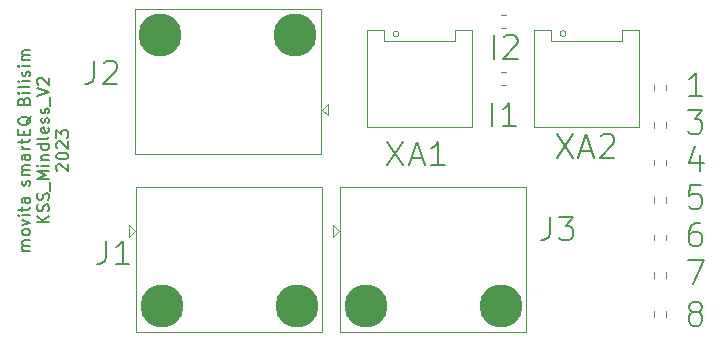
<source format=gbr>
%TF.GenerationSoftware,KiCad,Pcbnew,(7.0.0-0)*%
%TF.CreationDate,2023-02-23T13:52:58+03:00*%
%TF.ProjectId,KSS,4b53532e-6b69-4636-9164-5f7063625858,rev?*%
%TF.SameCoordinates,Original*%
%TF.FileFunction,Legend,Top*%
%TF.FilePolarity,Positive*%
%FSLAX46Y46*%
G04 Gerber Fmt 4.6, Leading zero omitted, Abs format (unit mm)*
G04 Created by KiCad (PCBNEW (7.0.0-0)) date 2023-02-23 13:52:58*
%MOMM*%
%LPD*%
G01*
G04 APERTURE LIST*
%ADD10C,0.150000*%
%ADD11C,0.120000*%
%ADD12C,3.650000*%
G04 APERTURE END LIST*
D10*
X98823380Y-97380951D02*
X98156714Y-97380951D01*
X98251952Y-97380951D02*
X98204333Y-97333332D01*
X98204333Y-97333332D02*
X98156714Y-97238094D01*
X98156714Y-97238094D02*
X98156714Y-97095237D01*
X98156714Y-97095237D02*
X98204333Y-96999999D01*
X98204333Y-96999999D02*
X98299571Y-96952380D01*
X98299571Y-96952380D02*
X98823380Y-96952380D01*
X98299571Y-96952380D02*
X98204333Y-96904761D01*
X98204333Y-96904761D02*
X98156714Y-96809523D01*
X98156714Y-96809523D02*
X98156714Y-96666666D01*
X98156714Y-96666666D02*
X98204333Y-96571427D01*
X98204333Y-96571427D02*
X98299571Y-96523808D01*
X98299571Y-96523808D02*
X98823380Y-96523808D01*
X98823380Y-95904761D02*
X98775761Y-95999999D01*
X98775761Y-95999999D02*
X98728142Y-96047618D01*
X98728142Y-96047618D02*
X98632904Y-96095237D01*
X98632904Y-96095237D02*
X98347190Y-96095237D01*
X98347190Y-96095237D02*
X98251952Y-96047618D01*
X98251952Y-96047618D02*
X98204333Y-95999999D01*
X98204333Y-95999999D02*
X98156714Y-95904761D01*
X98156714Y-95904761D02*
X98156714Y-95761904D01*
X98156714Y-95761904D02*
X98204333Y-95666666D01*
X98204333Y-95666666D02*
X98251952Y-95619047D01*
X98251952Y-95619047D02*
X98347190Y-95571428D01*
X98347190Y-95571428D02*
X98632904Y-95571428D01*
X98632904Y-95571428D02*
X98728142Y-95619047D01*
X98728142Y-95619047D02*
X98775761Y-95666666D01*
X98775761Y-95666666D02*
X98823380Y-95761904D01*
X98823380Y-95761904D02*
X98823380Y-95904761D01*
X98156714Y-95238094D02*
X98823380Y-94999999D01*
X98823380Y-94999999D02*
X98156714Y-94761904D01*
X98823380Y-94380951D02*
X98156714Y-94380951D01*
X97823380Y-94380951D02*
X97871000Y-94428570D01*
X97871000Y-94428570D02*
X97918619Y-94380951D01*
X97918619Y-94380951D02*
X97871000Y-94333332D01*
X97871000Y-94333332D02*
X97823380Y-94380951D01*
X97823380Y-94380951D02*
X97918619Y-94380951D01*
X98156714Y-94047618D02*
X98156714Y-93666666D01*
X97823380Y-93904761D02*
X98680523Y-93904761D01*
X98680523Y-93904761D02*
X98775761Y-93857142D01*
X98775761Y-93857142D02*
X98823380Y-93761904D01*
X98823380Y-93761904D02*
X98823380Y-93666666D01*
X98823380Y-92904761D02*
X98299571Y-92904761D01*
X98299571Y-92904761D02*
X98204333Y-92952380D01*
X98204333Y-92952380D02*
X98156714Y-93047618D01*
X98156714Y-93047618D02*
X98156714Y-93238094D01*
X98156714Y-93238094D02*
X98204333Y-93333332D01*
X98775761Y-92904761D02*
X98823380Y-92999999D01*
X98823380Y-92999999D02*
X98823380Y-93238094D01*
X98823380Y-93238094D02*
X98775761Y-93333332D01*
X98775761Y-93333332D02*
X98680523Y-93380951D01*
X98680523Y-93380951D02*
X98585285Y-93380951D01*
X98585285Y-93380951D02*
X98490047Y-93333332D01*
X98490047Y-93333332D02*
X98442428Y-93238094D01*
X98442428Y-93238094D02*
X98442428Y-92999999D01*
X98442428Y-92999999D02*
X98394809Y-92904761D01*
X98775761Y-91876189D02*
X98823380Y-91780951D01*
X98823380Y-91780951D02*
X98823380Y-91590475D01*
X98823380Y-91590475D02*
X98775761Y-91495237D01*
X98775761Y-91495237D02*
X98680523Y-91447618D01*
X98680523Y-91447618D02*
X98632904Y-91447618D01*
X98632904Y-91447618D02*
X98537666Y-91495237D01*
X98537666Y-91495237D02*
X98490047Y-91590475D01*
X98490047Y-91590475D02*
X98490047Y-91733332D01*
X98490047Y-91733332D02*
X98442428Y-91828570D01*
X98442428Y-91828570D02*
X98347190Y-91876189D01*
X98347190Y-91876189D02*
X98299571Y-91876189D01*
X98299571Y-91876189D02*
X98204333Y-91828570D01*
X98204333Y-91828570D02*
X98156714Y-91733332D01*
X98156714Y-91733332D02*
X98156714Y-91590475D01*
X98156714Y-91590475D02*
X98204333Y-91495237D01*
X98823380Y-91019046D02*
X98156714Y-91019046D01*
X98251952Y-91019046D02*
X98204333Y-90971427D01*
X98204333Y-90971427D02*
X98156714Y-90876189D01*
X98156714Y-90876189D02*
X98156714Y-90733332D01*
X98156714Y-90733332D02*
X98204333Y-90638094D01*
X98204333Y-90638094D02*
X98299571Y-90590475D01*
X98299571Y-90590475D02*
X98823380Y-90590475D01*
X98299571Y-90590475D02*
X98204333Y-90542856D01*
X98204333Y-90542856D02*
X98156714Y-90447618D01*
X98156714Y-90447618D02*
X98156714Y-90304761D01*
X98156714Y-90304761D02*
X98204333Y-90209522D01*
X98204333Y-90209522D02*
X98299571Y-90161903D01*
X98299571Y-90161903D02*
X98823380Y-90161903D01*
X98823380Y-89257142D02*
X98299571Y-89257142D01*
X98299571Y-89257142D02*
X98204333Y-89304761D01*
X98204333Y-89304761D02*
X98156714Y-89399999D01*
X98156714Y-89399999D02*
X98156714Y-89590475D01*
X98156714Y-89590475D02*
X98204333Y-89685713D01*
X98775761Y-89257142D02*
X98823380Y-89352380D01*
X98823380Y-89352380D02*
X98823380Y-89590475D01*
X98823380Y-89590475D02*
X98775761Y-89685713D01*
X98775761Y-89685713D02*
X98680523Y-89733332D01*
X98680523Y-89733332D02*
X98585285Y-89733332D01*
X98585285Y-89733332D02*
X98490047Y-89685713D01*
X98490047Y-89685713D02*
X98442428Y-89590475D01*
X98442428Y-89590475D02*
X98442428Y-89352380D01*
X98442428Y-89352380D02*
X98394809Y-89257142D01*
X98823380Y-88780951D02*
X98156714Y-88780951D01*
X98347190Y-88780951D02*
X98251952Y-88733332D01*
X98251952Y-88733332D02*
X98204333Y-88685713D01*
X98204333Y-88685713D02*
X98156714Y-88590475D01*
X98156714Y-88590475D02*
X98156714Y-88495237D01*
X98156714Y-88304760D02*
X98156714Y-87923808D01*
X97823380Y-88161903D02*
X98680523Y-88161903D01*
X98680523Y-88161903D02*
X98775761Y-88114284D01*
X98775761Y-88114284D02*
X98823380Y-88019046D01*
X98823380Y-88019046D02*
X98823380Y-87923808D01*
X98299571Y-87590474D02*
X98299571Y-87257141D01*
X98823380Y-87114284D02*
X98823380Y-87590474D01*
X98823380Y-87590474D02*
X97823380Y-87590474D01*
X97823380Y-87590474D02*
X97823380Y-87114284D01*
X98918619Y-86019046D02*
X98871000Y-86114284D01*
X98871000Y-86114284D02*
X98775761Y-86209522D01*
X98775761Y-86209522D02*
X98632904Y-86352379D01*
X98632904Y-86352379D02*
X98585285Y-86447617D01*
X98585285Y-86447617D02*
X98585285Y-86542855D01*
X98823380Y-86495236D02*
X98775761Y-86590474D01*
X98775761Y-86590474D02*
X98680523Y-86685712D01*
X98680523Y-86685712D02*
X98490047Y-86733331D01*
X98490047Y-86733331D02*
X98156714Y-86733331D01*
X98156714Y-86733331D02*
X97966238Y-86685712D01*
X97966238Y-86685712D02*
X97871000Y-86590474D01*
X97871000Y-86590474D02*
X97823380Y-86495236D01*
X97823380Y-86495236D02*
X97823380Y-86304760D01*
X97823380Y-86304760D02*
X97871000Y-86209522D01*
X97871000Y-86209522D02*
X97966238Y-86114284D01*
X97966238Y-86114284D02*
X98156714Y-86066665D01*
X98156714Y-86066665D02*
X98490047Y-86066665D01*
X98490047Y-86066665D02*
X98680523Y-86114284D01*
X98680523Y-86114284D02*
X98775761Y-86209522D01*
X98775761Y-86209522D02*
X98823380Y-86304760D01*
X98823380Y-86304760D02*
X98823380Y-86495236D01*
X98299571Y-84704760D02*
X98347190Y-84561903D01*
X98347190Y-84561903D02*
X98394809Y-84514284D01*
X98394809Y-84514284D02*
X98490047Y-84466665D01*
X98490047Y-84466665D02*
X98632904Y-84466665D01*
X98632904Y-84466665D02*
X98728142Y-84514284D01*
X98728142Y-84514284D02*
X98775761Y-84561903D01*
X98775761Y-84561903D02*
X98823380Y-84657141D01*
X98823380Y-84657141D02*
X98823380Y-85038093D01*
X98823380Y-85038093D02*
X97823380Y-85038093D01*
X97823380Y-85038093D02*
X97823380Y-84704760D01*
X97823380Y-84704760D02*
X97871000Y-84609522D01*
X97871000Y-84609522D02*
X97918619Y-84561903D01*
X97918619Y-84561903D02*
X98013857Y-84514284D01*
X98013857Y-84514284D02*
X98109095Y-84514284D01*
X98109095Y-84514284D02*
X98204333Y-84561903D01*
X98204333Y-84561903D02*
X98251952Y-84609522D01*
X98251952Y-84609522D02*
X98299571Y-84704760D01*
X98299571Y-84704760D02*
X98299571Y-85038093D01*
X98823380Y-84038093D02*
X98156714Y-84038093D01*
X97823380Y-84038093D02*
X97871000Y-84085712D01*
X97871000Y-84085712D02*
X97918619Y-84038093D01*
X97918619Y-84038093D02*
X97871000Y-83990474D01*
X97871000Y-83990474D02*
X97823380Y-84038093D01*
X97823380Y-84038093D02*
X97918619Y-84038093D01*
X98823380Y-83419046D02*
X98775761Y-83514284D01*
X98775761Y-83514284D02*
X98680523Y-83561903D01*
X98680523Y-83561903D02*
X97823380Y-83561903D01*
X98823380Y-83038093D02*
X98156714Y-83038093D01*
X97823380Y-83038093D02*
X97871000Y-83085712D01*
X97871000Y-83085712D02*
X97918619Y-83038093D01*
X97918619Y-83038093D02*
X97871000Y-82990474D01*
X97871000Y-82990474D02*
X97823380Y-83038093D01*
X97823380Y-83038093D02*
X97918619Y-83038093D01*
X98775761Y-82609522D02*
X98823380Y-82514284D01*
X98823380Y-82514284D02*
X98823380Y-82323808D01*
X98823380Y-82323808D02*
X98775761Y-82228570D01*
X98775761Y-82228570D02*
X98680523Y-82180951D01*
X98680523Y-82180951D02*
X98632904Y-82180951D01*
X98632904Y-82180951D02*
X98537666Y-82228570D01*
X98537666Y-82228570D02*
X98490047Y-82323808D01*
X98490047Y-82323808D02*
X98490047Y-82466665D01*
X98490047Y-82466665D02*
X98442428Y-82561903D01*
X98442428Y-82561903D02*
X98347190Y-82609522D01*
X98347190Y-82609522D02*
X98299571Y-82609522D01*
X98299571Y-82609522D02*
X98204333Y-82561903D01*
X98204333Y-82561903D02*
X98156714Y-82466665D01*
X98156714Y-82466665D02*
X98156714Y-82323808D01*
X98156714Y-82323808D02*
X98204333Y-82228570D01*
X98823380Y-81752379D02*
X98156714Y-81752379D01*
X97823380Y-81752379D02*
X97871000Y-81799998D01*
X97871000Y-81799998D02*
X97918619Y-81752379D01*
X97918619Y-81752379D02*
X97871000Y-81704760D01*
X97871000Y-81704760D02*
X97823380Y-81752379D01*
X97823380Y-81752379D02*
X97918619Y-81752379D01*
X98823380Y-81276189D02*
X98156714Y-81276189D01*
X98251952Y-81276189D02*
X98204333Y-81228570D01*
X98204333Y-81228570D02*
X98156714Y-81133332D01*
X98156714Y-81133332D02*
X98156714Y-80990475D01*
X98156714Y-80990475D02*
X98204333Y-80895237D01*
X98204333Y-80895237D02*
X98299571Y-80847618D01*
X98299571Y-80847618D02*
X98823380Y-80847618D01*
X98299571Y-80847618D02*
X98204333Y-80799999D01*
X98204333Y-80799999D02*
X98156714Y-80704761D01*
X98156714Y-80704761D02*
X98156714Y-80561904D01*
X98156714Y-80561904D02*
X98204333Y-80466665D01*
X98204333Y-80466665D02*
X98299571Y-80419046D01*
X98299571Y-80419046D02*
X98823380Y-80419046D01*
X100443380Y-94995238D02*
X99443380Y-94995238D01*
X100443380Y-94423810D02*
X99871952Y-94852381D01*
X99443380Y-94423810D02*
X100014809Y-94995238D01*
X100395761Y-94042857D02*
X100443380Y-93900000D01*
X100443380Y-93900000D02*
X100443380Y-93661905D01*
X100443380Y-93661905D02*
X100395761Y-93566667D01*
X100395761Y-93566667D02*
X100348142Y-93519048D01*
X100348142Y-93519048D02*
X100252904Y-93471429D01*
X100252904Y-93471429D02*
X100157666Y-93471429D01*
X100157666Y-93471429D02*
X100062428Y-93519048D01*
X100062428Y-93519048D02*
X100014809Y-93566667D01*
X100014809Y-93566667D02*
X99967190Y-93661905D01*
X99967190Y-93661905D02*
X99919571Y-93852381D01*
X99919571Y-93852381D02*
X99871952Y-93947619D01*
X99871952Y-93947619D02*
X99824333Y-93995238D01*
X99824333Y-93995238D02*
X99729095Y-94042857D01*
X99729095Y-94042857D02*
X99633857Y-94042857D01*
X99633857Y-94042857D02*
X99538619Y-93995238D01*
X99538619Y-93995238D02*
X99491000Y-93947619D01*
X99491000Y-93947619D02*
X99443380Y-93852381D01*
X99443380Y-93852381D02*
X99443380Y-93614286D01*
X99443380Y-93614286D02*
X99491000Y-93471429D01*
X100395761Y-93090476D02*
X100443380Y-92947619D01*
X100443380Y-92947619D02*
X100443380Y-92709524D01*
X100443380Y-92709524D02*
X100395761Y-92614286D01*
X100395761Y-92614286D02*
X100348142Y-92566667D01*
X100348142Y-92566667D02*
X100252904Y-92519048D01*
X100252904Y-92519048D02*
X100157666Y-92519048D01*
X100157666Y-92519048D02*
X100062428Y-92566667D01*
X100062428Y-92566667D02*
X100014809Y-92614286D01*
X100014809Y-92614286D02*
X99967190Y-92709524D01*
X99967190Y-92709524D02*
X99919571Y-92900000D01*
X99919571Y-92900000D02*
X99871952Y-92995238D01*
X99871952Y-92995238D02*
X99824333Y-93042857D01*
X99824333Y-93042857D02*
X99729095Y-93090476D01*
X99729095Y-93090476D02*
X99633857Y-93090476D01*
X99633857Y-93090476D02*
X99538619Y-93042857D01*
X99538619Y-93042857D02*
X99491000Y-92995238D01*
X99491000Y-92995238D02*
X99443380Y-92900000D01*
X99443380Y-92900000D02*
X99443380Y-92661905D01*
X99443380Y-92661905D02*
X99491000Y-92519048D01*
X100538619Y-92328572D02*
X100538619Y-91566667D01*
X100443380Y-91328571D02*
X99443380Y-91328571D01*
X99443380Y-91328571D02*
X100157666Y-90995238D01*
X100157666Y-90995238D02*
X99443380Y-90661905D01*
X99443380Y-90661905D02*
X100443380Y-90661905D01*
X100443380Y-90185714D02*
X99776714Y-90185714D01*
X99443380Y-90185714D02*
X99491000Y-90233333D01*
X99491000Y-90233333D02*
X99538619Y-90185714D01*
X99538619Y-90185714D02*
X99491000Y-90138095D01*
X99491000Y-90138095D02*
X99443380Y-90185714D01*
X99443380Y-90185714D02*
X99538619Y-90185714D01*
X99776714Y-89709524D02*
X100443380Y-89709524D01*
X99871952Y-89709524D02*
X99824333Y-89661905D01*
X99824333Y-89661905D02*
X99776714Y-89566667D01*
X99776714Y-89566667D02*
X99776714Y-89423810D01*
X99776714Y-89423810D02*
X99824333Y-89328572D01*
X99824333Y-89328572D02*
X99919571Y-89280953D01*
X99919571Y-89280953D02*
X100443380Y-89280953D01*
X100443380Y-88376191D02*
X99443380Y-88376191D01*
X100395761Y-88376191D02*
X100443380Y-88471429D01*
X100443380Y-88471429D02*
X100443380Y-88661905D01*
X100443380Y-88661905D02*
X100395761Y-88757143D01*
X100395761Y-88757143D02*
X100348142Y-88804762D01*
X100348142Y-88804762D02*
X100252904Y-88852381D01*
X100252904Y-88852381D02*
X99967190Y-88852381D01*
X99967190Y-88852381D02*
X99871952Y-88804762D01*
X99871952Y-88804762D02*
X99824333Y-88757143D01*
X99824333Y-88757143D02*
X99776714Y-88661905D01*
X99776714Y-88661905D02*
X99776714Y-88471429D01*
X99776714Y-88471429D02*
X99824333Y-88376191D01*
X100443380Y-87757143D02*
X100395761Y-87852381D01*
X100395761Y-87852381D02*
X100300523Y-87900000D01*
X100300523Y-87900000D02*
X99443380Y-87900000D01*
X100395761Y-86995238D02*
X100443380Y-87090476D01*
X100443380Y-87090476D02*
X100443380Y-87280952D01*
X100443380Y-87280952D02*
X100395761Y-87376190D01*
X100395761Y-87376190D02*
X100300523Y-87423809D01*
X100300523Y-87423809D02*
X99919571Y-87423809D01*
X99919571Y-87423809D02*
X99824333Y-87376190D01*
X99824333Y-87376190D02*
X99776714Y-87280952D01*
X99776714Y-87280952D02*
X99776714Y-87090476D01*
X99776714Y-87090476D02*
X99824333Y-86995238D01*
X99824333Y-86995238D02*
X99919571Y-86947619D01*
X99919571Y-86947619D02*
X100014809Y-86947619D01*
X100014809Y-86947619D02*
X100110047Y-87423809D01*
X100395761Y-86566666D02*
X100443380Y-86471428D01*
X100443380Y-86471428D02*
X100443380Y-86280952D01*
X100443380Y-86280952D02*
X100395761Y-86185714D01*
X100395761Y-86185714D02*
X100300523Y-86138095D01*
X100300523Y-86138095D02*
X100252904Y-86138095D01*
X100252904Y-86138095D02*
X100157666Y-86185714D01*
X100157666Y-86185714D02*
X100110047Y-86280952D01*
X100110047Y-86280952D02*
X100110047Y-86423809D01*
X100110047Y-86423809D02*
X100062428Y-86519047D01*
X100062428Y-86519047D02*
X99967190Y-86566666D01*
X99967190Y-86566666D02*
X99919571Y-86566666D01*
X99919571Y-86566666D02*
X99824333Y-86519047D01*
X99824333Y-86519047D02*
X99776714Y-86423809D01*
X99776714Y-86423809D02*
X99776714Y-86280952D01*
X99776714Y-86280952D02*
X99824333Y-86185714D01*
X100395761Y-85757142D02*
X100443380Y-85661904D01*
X100443380Y-85661904D02*
X100443380Y-85471428D01*
X100443380Y-85471428D02*
X100395761Y-85376190D01*
X100395761Y-85376190D02*
X100300523Y-85328571D01*
X100300523Y-85328571D02*
X100252904Y-85328571D01*
X100252904Y-85328571D02*
X100157666Y-85376190D01*
X100157666Y-85376190D02*
X100110047Y-85471428D01*
X100110047Y-85471428D02*
X100110047Y-85614285D01*
X100110047Y-85614285D02*
X100062428Y-85709523D01*
X100062428Y-85709523D02*
X99967190Y-85757142D01*
X99967190Y-85757142D02*
X99919571Y-85757142D01*
X99919571Y-85757142D02*
X99824333Y-85709523D01*
X99824333Y-85709523D02*
X99776714Y-85614285D01*
X99776714Y-85614285D02*
X99776714Y-85471428D01*
X99776714Y-85471428D02*
X99824333Y-85376190D01*
X100538619Y-85138095D02*
X100538619Y-84376190D01*
X99443380Y-84280951D02*
X100443380Y-83947618D01*
X100443380Y-83947618D02*
X99443380Y-83614285D01*
X99538619Y-83328570D02*
X99491000Y-83280951D01*
X99491000Y-83280951D02*
X99443380Y-83185713D01*
X99443380Y-83185713D02*
X99443380Y-82947618D01*
X99443380Y-82947618D02*
X99491000Y-82852380D01*
X99491000Y-82852380D02*
X99538619Y-82804761D01*
X99538619Y-82804761D02*
X99633857Y-82757142D01*
X99633857Y-82757142D02*
X99729095Y-82757142D01*
X99729095Y-82757142D02*
X99871952Y-82804761D01*
X99871952Y-82804761D02*
X100443380Y-83376189D01*
X100443380Y-83376189D02*
X100443380Y-82757142D01*
X101158619Y-90614285D02*
X101111000Y-90566666D01*
X101111000Y-90566666D02*
X101063380Y-90471428D01*
X101063380Y-90471428D02*
X101063380Y-90233333D01*
X101063380Y-90233333D02*
X101111000Y-90138095D01*
X101111000Y-90138095D02*
X101158619Y-90090476D01*
X101158619Y-90090476D02*
X101253857Y-90042857D01*
X101253857Y-90042857D02*
X101349095Y-90042857D01*
X101349095Y-90042857D02*
X101491952Y-90090476D01*
X101491952Y-90090476D02*
X102063380Y-90661904D01*
X102063380Y-90661904D02*
X102063380Y-90042857D01*
X101063380Y-89423809D02*
X101063380Y-89328571D01*
X101063380Y-89328571D02*
X101111000Y-89233333D01*
X101111000Y-89233333D02*
X101158619Y-89185714D01*
X101158619Y-89185714D02*
X101253857Y-89138095D01*
X101253857Y-89138095D02*
X101444333Y-89090476D01*
X101444333Y-89090476D02*
X101682428Y-89090476D01*
X101682428Y-89090476D02*
X101872904Y-89138095D01*
X101872904Y-89138095D02*
X101968142Y-89185714D01*
X101968142Y-89185714D02*
X102015761Y-89233333D01*
X102015761Y-89233333D02*
X102063380Y-89328571D01*
X102063380Y-89328571D02*
X102063380Y-89423809D01*
X102063380Y-89423809D02*
X102015761Y-89519047D01*
X102015761Y-89519047D02*
X101968142Y-89566666D01*
X101968142Y-89566666D02*
X101872904Y-89614285D01*
X101872904Y-89614285D02*
X101682428Y-89661904D01*
X101682428Y-89661904D02*
X101444333Y-89661904D01*
X101444333Y-89661904D02*
X101253857Y-89614285D01*
X101253857Y-89614285D02*
X101158619Y-89566666D01*
X101158619Y-89566666D02*
X101111000Y-89519047D01*
X101111000Y-89519047D02*
X101063380Y-89423809D01*
X101158619Y-88709523D02*
X101111000Y-88661904D01*
X101111000Y-88661904D02*
X101063380Y-88566666D01*
X101063380Y-88566666D02*
X101063380Y-88328571D01*
X101063380Y-88328571D02*
X101111000Y-88233333D01*
X101111000Y-88233333D02*
X101158619Y-88185714D01*
X101158619Y-88185714D02*
X101253857Y-88138095D01*
X101253857Y-88138095D02*
X101349095Y-88138095D01*
X101349095Y-88138095D02*
X101491952Y-88185714D01*
X101491952Y-88185714D02*
X102063380Y-88757142D01*
X102063380Y-88757142D02*
X102063380Y-88138095D01*
X101063380Y-87804761D02*
X101063380Y-87185714D01*
X101063380Y-87185714D02*
X101444333Y-87519047D01*
X101444333Y-87519047D02*
X101444333Y-87376190D01*
X101444333Y-87376190D02*
X101491952Y-87280952D01*
X101491952Y-87280952D02*
X101539571Y-87233333D01*
X101539571Y-87233333D02*
X101634809Y-87185714D01*
X101634809Y-87185714D02*
X101872904Y-87185714D01*
X101872904Y-87185714D02*
X101968142Y-87233333D01*
X101968142Y-87233333D02*
X102015761Y-87280952D01*
X102015761Y-87280952D02*
X102063380Y-87376190D01*
X102063380Y-87376190D02*
X102063380Y-87661904D01*
X102063380Y-87661904D02*
X102015761Y-87757142D01*
X102015761Y-87757142D02*
X101968142Y-87804761D01*
%TO.C,J3*%
X142843333Y-94492761D02*
X142843333Y-95921333D01*
X142843333Y-95921333D02*
X142748094Y-96207047D01*
X142748094Y-96207047D02*
X142557618Y-96397523D01*
X142557618Y-96397523D02*
X142271904Y-96492761D01*
X142271904Y-96492761D02*
X142081428Y-96492761D01*
X143605238Y-94492761D02*
X144843333Y-94492761D01*
X144843333Y-94492761D02*
X144176666Y-95254666D01*
X144176666Y-95254666D02*
X144462381Y-95254666D01*
X144462381Y-95254666D02*
X144652857Y-95349904D01*
X144652857Y-95349904D02*
X144748095Y-95445142D01*
X144748095Y-95445142D02*
X144843333Y-95635619D01*
X144843333Y-95635619D02*
X144843333Y-96111809D01*
X144843333Y-96111809D02*
X144748095Y-96302285D01*
X144748095Y-96302285D02*
X144652857Y-96397523D01*
X144652857Y-96397523D02*
X144462381Y-96492761D01*
X144462381Y-96492761D02*
X143890952Y-96492761D01*
X143890952Y-96492761D02*
X143700476Y-96397523D01*
X143700476Y-96397523D02*
X143605238Y-96302285D01*
%TO.C,I1*%
X137985619Y-86840761D02*
X137985619Y-84840761D01*
X139985619Y-86840761D02*
X138842762Y-86840761D01*
X139414190Y-86840761D02*
X139414190Y-84840761D01*
X139414190Y-84840761D02*
X139223714Y-85126476D01*
X139223714Y-85126476D02*
X139033238Y-85316952D01*
X139033238Y-85316952D02*
X138842762Y-85412190D01*
%TO.C,4*%
X155574952Y-89317428D02*
X155574952Y-90650761D01*
X155098761Y-88555523D02*
X154622571Y-89984095D01*
X154622571Y-89984095D02*
X155860666Y-89984095D01*
%TO.C,6*%
X155574952Y-95000761D02*
X155193999Y-95000761D01*
X155193999Y-95000761D02*
X155003523Y-95096000D01*
X155003523Y-95096000D02*
X154908285Y-95191238D01*
X154908285Y-95191238D02*
X154717809Y-95476952D01*
X154717809Y-95476952D02*
X154622571Y-95857904D01*
X154622571Y-95857904D02*
X154622571Y-96619809D01*
X154622571Y-96619809D02*
X154717809Y-96810285D01*
X154717809Y-96810285D02*
X154813047Y-96905523D01*
X154813047Y-96905523D02*
X155003523Y-97000761D01*
X155003523Y-97000761D02*
X155384476Y-97000761D01*
X155384476Y-97000761D02*
X155574952Y-96905523D01*
X155574952Y-96905523D02*
X155670190Y-96810285D01*
X155670190Y-96810285D02*
X155765428Y-96619809D01*
X155765428Y-96619809D02*
X155765428Y-96143619D01*
X155765428Y-96143619D02*
X155670190Y-95953142D01*
X155670190Y-95953142D02*
X155574952Y-95857904D01*
X155574952Y-95857904D02*
X155384476Y-95762666D01*
X155384476Y-95762666D02*
X155003523Y-95762666D01*
X155003523Y-95762666D02*
X154813047Y-95857904D01*
X154813047Y-95857904D02*
X154717809Y-95953142D01*
X154717809Y-95953142D02*
X154622571Y-96143619D01*
%TO.C,1*%
X155765422Y-84300761D02*
X154622565Y-84300761D01*
X155193993Y-84300761D02*
X155193993Y-82300761D01*
X155193993Y-82300761D02*
X155003517Y-82586476D01*
X155003517Y-82586476D02*
X154813041Y-82776952D01*
X154813041Y-82776952D02*
X154622565Y-82872190D01*
%TO.C,XA1*%
X129095809Y-88142761D02*
X130429142Y-90142761D01*
X130429142Y-88142761D02*
X129095809Y-90142761D01*
X131095809Y-89571333D02*
X132048190Y-89571333D01*
X130905333Y-90142761D02*
X131571999Y-88142761D01*
X131571999Y-88142761D02*
X132238666Y-90142761D01*
X133952952Y-90142761D02*
X132810095Y-90142761D01*
X133381523Y-90142761D02*
X133381523Y-88142761D01*
X133381523Y-88142761D02*
X133191047Y-88428476D01*
X133191047Y-88428476D02*
X133000571Y-88618952D01*
X133000571Y-88618952D02*
X132810095Y-88714190D01*
%TO.C,5*%
X155670190Y-91825761D02*
X154717809Y-91825761D01*
X154717809Y-91825761D02*
X154622571Y-92778142D01*
X154622571Y-92778142D02*
X154717809Y-92682904D01*
X154717809Y-92682904D02*
X154908285Y-92587666D01*
X154908285Y-92587666D02*
X155384476Y-92587666D01*
X155384476Y-92587666D02*
X155574952Y-92682904D01*
X155574952Y-92682904D02*
X155670190Y-92778142D01*
X155670190Y-92778142D02*
X155765428Y-92968619D01*
X155765428Y-92968619D02*
X155765428Y-93444809D01*
X155765428Y-93444809D02*
X155670190Y-93635285D01*
X155670190Y-93635285D02*
X155574952Y-93730523D01*
X155574952Y-93730523D02*
X155384476Y-93825761D01*
X155384476Y-93825761D02*
X154908285Y-93825761D01*
X154908285Y-93825761D02*
X154717809Y-93730523D01*
X154717809Y-93730523D02*
X154622571Y-93635285D01*
%TO.C,J1*%
X105251333Y-96524761D02*
X105251333Y-97953333D01*
X105251333Y-97953333D02*
X105156094Y-98239047D01*
X105156094Y-98239047D02*
X104965618Y-98429523D01*
X104965618Y-98429523D02*
X104679904Y-98524761D01*
X104679904Y-98524761D02*
X104489428Y-98524761D01*
X107251333Y-98524761D02*
X106108476Y-98524761D01*
X106679904Y-98524761D02*
X106679904Y-96524761D01*
X106679904Y-96524761D02*
X106489428Y-96810476D01*
X106489428Y-96810476D02*
X106298952Y-97000952D01*
X106298952Y-97000952D02*
X106108476Y-97096190D01*
%TO.C,J2*%
X104235333Y-81284761D02*
X104235333Y-82713333D01*
X104235333Y-82713333D02*
X104140094Y-82999047D01*
X104140094Y-82999047D02*
X103949618Y-83189523D01*
X103949618Y-83189523D02*
X103663904Y-83284761D01*
X103663904Y-83284761D02*
X103473428Y-83284761D01*
X105092476Y-81475238D02*
X105187714Y-81380000D01*
X105187714Y-81380000D02*
X105378190Y-81284761D01*
X105378190Y-81284761D02*
X105854381Y-81284761D01*
X105854381Y-81284761D02*
X106044857Y-81380000D01*
X106044857Y-81380000D02*
X106140095Y-81475238D01*
X106140095Y-81475238D02*
X106235333Y-81665714D01*
X106235333Y-81665714D02*
X106235333Y-81856190D01*
X106235333Y-81856190D02*
X106140095Y-82141904D01*
X106140095Y-82141904D02*
X104997238Y-83284761D01*
X104997238Y-83284761D02*
X106235333Y-83284761D01*
%TO.C,XA2*%
X143446809Y-87507761D02*
X144780142Y-89507761D01*
X144780142Y-87507761D02*
X143446809Y-89507761D01*
X145446809Y-88936333D02*
X146399190Y-88936333D01*
X145256333Y-89507761D02*
X145922999Y-87507761D01*
X145922999Y-87507761D02*
X146589666Y-89507761D01*
X147161095Y-87698238D02*
X147256333Y-87603000D01*
X147256333Y-87603000D02*
X147446809Y-87507761D01*
X147446809Y-87507761D02*
X147923000Y-87507761D01*
X147923000Y-87507761D02*
X148113476Y-87603000D01*
X148113476Y-87603000D02*
X148208714Y-87698238D01*
X148208714Y-87698238D02*
X148303952Y-87888714D01*
X148303952Y-87888714D02*
X148303952Y-88079190D01*
X148303952Y-88079190D02*
X148208714Y-88364904D01*
X148208714Y-88364904D02*
X147065857Y-89507761D01*
X147065857Y-89507761D02*
X148303952Y-89507761D01*
%TO.C,3*%
X154527333Y-85475761D02*
X155765428Y-85475761D01*
X155765428Y-85475761D02*
X155098761Y-86237666D01*
X155098761Y-86237666D02*
X155384476Y-86237666D01*
X155384476Y-86237666D02*
X155574952Y-86332904D01*
X155574952Y-86332904D02*
X155670190Y-86428142D01*
X155670190Y-86428142D02*
X155765428Y-86618619D01*
X155765428Y-86618619D02*
X155765428Y-87094809D01*
X155765428Y-87094809D02*
X155670190Y-87285285D01*
X155670190Y-87285285D02*
X155574952Y-87380523D01*
X155574952Y-87380523D02*
X155384476Y-87475761D01*
X155384476Y-87475761D02*
X154813047Y-87475761D01*
X154813047Y-87475761D02*
X154622571Y-87380523D01*
X154622571Y-87380523D02*
X154527333Y-87285285D01*
%TO.C,7*%
X154527333Y-98175761D02*
X155860666Y-98175761D01*
X155860666Y-98175761D02*
X155003523Y-100175761D01*
%TO.C,I2*%
X138112619Y-81125761D02*
X138112619Y-79125761D01*
X138969762Y-79316238D02*
X139065000Y-79221000D01*
X139065000Y-79221000D02*
X139255476Y-79125761D01*
X139255476Y-79125761D02*
X139731667Y-79125761D01*
X139731667Y-79125761D02*
X139922143Y-79221000D01*
X139922143Y-79221000D02*
X140017381Y-79316238D01*
X140017381Y-79316238D02*
X140112619Y-79506714D01*
X140112619Y-79506714D02*
X140112619Y-79697190D01*
X140112619Y-79697190D02*
X140017381Y-79982904D01*
X140017381Y-79982904D02*
X138874524Y-81125761D01*
X138874524Y-81125761D02*
X140112619Y-81125761D01*
%TO.C,8*%
X155003523Y-102588904D02*
X154813047Y-102493666D01*
X154813047Y-102493666D02*
X154717809Y-102398428D01*
X154717809Y-102398428D02*
X154622571Y-102207952D01*
X154622571Y-102207952D02*
X154622571Y-102112714D01*
X154622571Y-102112714D02*
X154717809Y-101922238D01*
X154717809Y-101922238D02*
X154813047Y-101827000D01*
X154813047Y-101827000D02*
X155003523Y-101731761D01*
X155003523Y-101731761D02*
X155384476Y-101731761D01*
X155384476Y-101731761D02*
X155574952Y-101827000D01*
X155574952Y-101827000D02*
X155670190Y-101922238D01*
X155670190Y-101922238D02*
X155765428Y-102112714D01*
X155765428Y-102112714D02*
X155765428Y-102207952D01*
X155765428Y-102207952D02*
X155670190Y-102398428D01*
X155670190Y-102398428D02*
X155574952Y-102493666D01*
X155574952Y-102493666D02*
X155384476Y-102588904D01*
X155384476Y-102588904D02*
X155003523Y-102588904D01*
X155003523Y-102588904D02*
X154813047Y-102684142D01*
X154813047Y-102684142D02*
X154717809Y-102779380D01*
X154717809Y-102779380D02*
X154622571Y-102969857D01*
X154622571Y-102969857D02*
X154622571Y-103350809D01*
X154622571Y-103350809D02*
X154717809Y-103541285D01*
X154717809Y-103541285D02*
X154813047Y-103636523D01*
X154813047Y-103636523D02*
X155003523Y-103731761D01*
X155003523Y-103731761D02*
X155384476Y-103731761D01*
X155384476Y-103731761D02*
X155574952Y-103636523D01*
X155574952Y-103636523D02*
X155670190Y-103541285D01*
X155670190Y-103541285D02*
X155765428Y-103350809D01*
X155765428Y-103350809D02*
X155765428Y-102969857D01*
X155765428Y-102969857D02*
X155670190Y-102779380D01*
X155670190Y-102779380D02*
X155574952Y-102684142D01*
X155574952Y-102684142D02*
X155384476Y-102588904D01*
D11*
%TO.C,J3*%
X124514500Y-95250000D02*
X124514500Y-96250000D01*
X124514500Y-96250000D02*
X125014500Y-95750000D01*
X125014500Y-95750000D02*
X124514500Y-95250000D01*
X125094500Y-91960000D02*
X125094500Y-104234600D01*
X140814500Y-91960000D02*
X125094500Y-91960000D01*
X140824500Y-91960000D02*
X140824500Y-104234600D01*
X140824500Y-104234600D02*
X125094500Y-104234600D01*
%TO.C,I1*%
X138700742Y-82281500D02*
X139175258Y-82281500D01*
X138700742Y-83326500D02*
X139175258Y-83326500D01*
%TO.C,4*%
X152668500Y-89678742D02*
X152668500Y-90153258D01*
X151623500Y-89678742D02*
X151623500Y-90153258D01*
%TO.C,6*%
X152668500Y-96028742D02*
X152668500Y-96503258D01*
X151623500Y-96028742D02*
X151623500Y-96503258D01*
%TO.C,1*%
X151623494Y-83803258D02*
X151623494Y-83328742D01*
X152668494Y-83803258D02*
X152668494Y-83328742D01*
%TO.C,XA1*%
X127360600Y-78719400D02*
X128780600Y-78719400D01*
X127360600Y-86939400D02*
X127360600Y-78719400D01*
X128780600Y-78719400D02*
X128780600Y-79669400D01*
X128780600Y-79669400D02*
X131800600Y-79669400D01*
X131800600Y-86939400D02*
X127360600Y-86939400D01*
X131800600Y-86939400D02*
X136240600Y-86939400D01*
X134820600Y-78719400D02*
X134820600Y-79669400D01*
X134820600Y-79669400D02*
X131800600Y-79669400D01*
X136240600Y-78719400D02*
X134820600Y-78719400D01*
X136240600Y-86939400D02*
X136240600Y-78719400D01*
X130070600Y-79029400D02*
G75*
G03*
X130070600Y-79029400I-250000J0D01*
G01*
%TO.C,5*%
X152668500Y-92853742D02*
X152668500Y-93328258D01*
X151623500Y-92853742D02*
X151623500Y-93328258D01*
%TO.C,J1*%
X107242500Y-95250000D02*
X107242500Y-96250000D01*
X107242500Y-96250000D02*
X107742500Y-95750000D01*
X107742500Y-95750000D02*
X107242500Y-95250000D01*
X107822500Y-91960000D02*
X107822500Y-104284400D01*
X123542500Y-91960000D02*
X107822500Y-91960000D01*
X123552500Y-91960000D02*
X123552500Y-104250400D01*
X123552500Y-104250400D02*
X107822500Y-104250400D01*
%TO.C,J2*%
X124024500Y-85938600D02*
X124024500Y-84938600D01*
X124024500Y-84938600D02*
X123524500Y-85438600D01*
X123524500Y-85438600D02*
X124024500Y-85938600D01*
X123444500Y-89228600D02*
X123444500Y-76887400D01*
X107724500Y-89228600D02*
X123444500Y-89228600D01*
X107714500Y-89228600D02*
X107714500Y-76887400D01*
X107714500Y-76887400D02*
X123444500Y-76887400D01*
%TO.C,XA2*%
X141507200Y-78694000D02*
X142927200Y-78694000D01*
X141507200Y-86914000D02*
X141507200Y-78694000D01*
X142927200Y-78694000D02*
X142927200Y-79644000D01*
X142927200Y-79644000D02*
X145947200Y-79644000D01*
X145947200Y-86914000D02*
X141507200Y-86914000D01*
X145947200Y-86914000D02*
X150387200Y-86914000D01*
X148967200Y-78694000D02*
X148967200Y-79644000D01*
X148967200Y-79644000D02*
X145947200Y-79644000D01*
X150387200Y-78694000D02*
X148967200Y-78694000D01*
X150387200Y-86914000D02*
X150387200Y-78694000D01*
X144217200Y-79004000D02*
G75*
G03*
X144217200Y-79004000I-250000J0D01*
G01*
%TO.C,3*%
X152668500Y-86503742D02*
X152668500Y-86978258D01*
X151623500Y-86503742D02*
X151623500Y-86978258D01*
%TO.C,7*%
X152668500Y-99203742D02*
X152668500Y-99678258D01*
X151623500Y-99203742D02*
X151623500Y-99678258D01*
%TO.C,I2*%
X139175258Y-78500500D02*
X138700742Y-78500500D01*
X139175258Y-77455500D02*
X138700742Y-77455500D01*
%TO.C,8*%
X152668500Y-102505742D02*
X152668500Y-102980258D01*
X151623500Y-102505742D02*
X151623500Y-102980258D01*
%TD*%
D12*
%TO.C,J3*%
X127244500Y-102100000D03*
X138674500Y-102100000D03*
%TD*%
%TO.C,J1*%
X109972500Y-102100000D03*
X121402500Y-102100000D03*
%TD*%
%TO.C,J2*%
X121294500Y-79088600D03*
X109864500Y-79088600D03*
%TD*%
M02*

</source>
